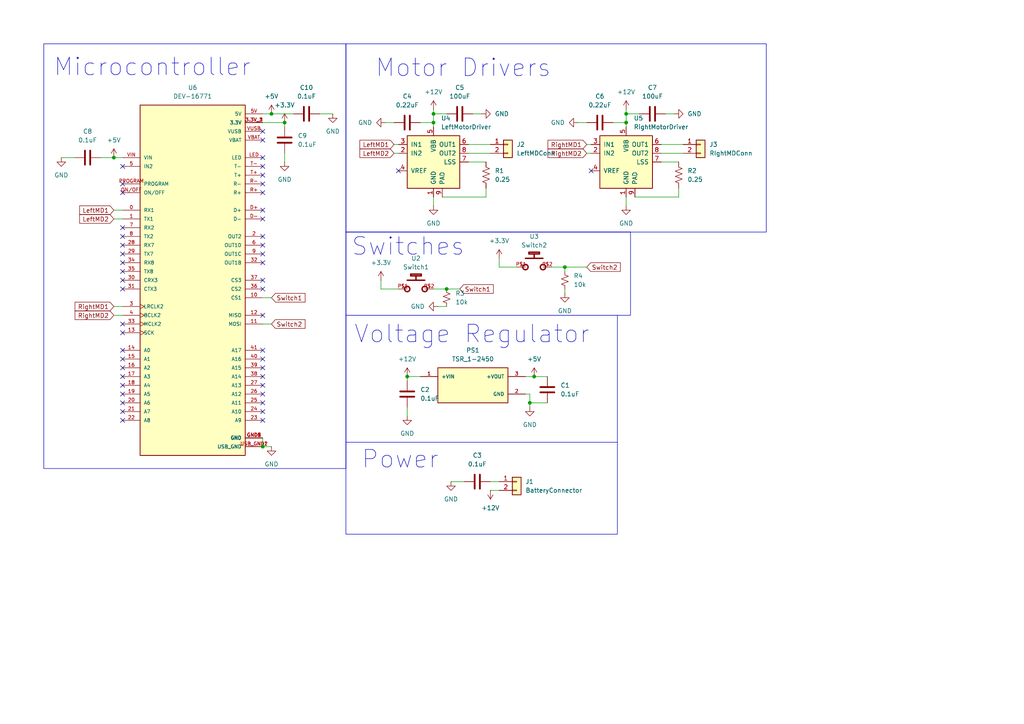
<source format=kicad_sch>
(kicad_sch (version 20231120) (generator "eeschema") (generator_version "8.0")
  (paper "A4")
  (lib_symbols
    (symbol "Connector_Generic:Conn_01x02" (pin_names (offset 1.016) hide)
      (property "Reference" "J" (at 0 2.54 0))
      (property "Value" "Conn_01x02" (at 0 -5.08 0))
      (symbol "Conn_01x02_1_1"
        (rectangle (start -1.27 -2.413) (end 0 -2.667) (stroke (width 0.1524)))
        (rectangle (start -1.27 0.127) (end 0 -0.127) (stroke (width 0.1524)))
        (rectangle (start -1.27 1.27) (end 1.27 -3.81) (stroke (width 0.254)) (fill (type background)))
        (pin passive line (at -5.08 0 0) (length 3.81) (name "Pin_1") (number "1"))
        (pin passive line (at -5.08 -2.54 0) (length 3.81) (name "Pin_2") (number "2"))
      )
    )
    (symbol "DEV-16771:DEV-16771" (pin_names (offset 1.016))
      (property "Reference" "U" (at -15.24 52.07 0))
      (property "Value" "DEV-16771" (at -15.24 -53.34 0))
      (symbol "DEV-16771_0_0"
        (rectangle (start -15.24 -50.8) (end 15.24 50.8) (stroke (width 0.254)) (fill (type background)))
        (pin bidirectional line (at -20.32 20.32 0) (length 5.08) (name "RX1") (number "0"))
        (pin bidirectional line (at -20.32 17.78 0) (length 5.08) (name "TX1") (number "1"))
        (pin bidirectional line (at 20.32 -5.08 180) (length 5.08) (name "CS1") (number "10"))
        (pin bidirectional line (at 20.32 -12.7 180) (length 5.08) (name "MOSI") (number "11"))
        (pin bidirectional line (at 20.32 -10.16 180) (length 5.08) (name "MISO") (number "12"))
        (pin bidirectional clock (at -20.32 -15.24 0) (length 5.08) (name "SCK") (number "13"))
        (pin bidirectional line (at -20.32 -20.32 0) (length 5.08) (name "A0") (number "14"))
        (pin bidirectional line (at -20.32 -22.86 0) (length 5.08) (name "A1") (number "15"))
        (pin bidirectional line (at -20.32 -25.4 0) (length 5.08) (name "A2") (number "16"))
        (pin bidirectional line (at -20.32 -27.94 0) (length 5.08) (name "A3") (number "17"))
        (pin bidirectional line (at -20.32 -30.48 0) (length 5.08) (name "A4") (number "18"))
        (pin bidirectional line (at -20.32 -33.02 0) (length 5.08) (name "A5") (number "19"))
        (pin output line (at 20.32 12.7 180) (length 5.08) (name "OUT2") (number "2"))
        (pin bidirectional line (at -20.32 -35.56 0) (length 5.08) (name "A6") (number "20"))
        (pin bidirectional line (at -20.32 -38.1 0) (length 5.08) (name "A7") (number "21"))
        (pin bidirectional line (at -20.32 -40.64 0) (length 5.08) (name "A8") (number "22"))
        (pin bidirectional line (at 20.32 -40.64 180) (length 5.08) (name "A9") (number "23"))
        (pin bidirectional line (at 20.32 -38.1 180) (length 5.08) (name "A10") (number "24"))
        (pin bidirectional line (at 20.32 -35.56 180) (length 5.08) (name "A11") (number "25"))
        (pin bidirectional line (at 20.32 -33.02 180) (length 5.08) (name "A12") (number "26"))
        (pin bidirectional line (at 20.32 -30.48 180) (length 5.08) (name "A13") (number "27"))
        (pin bidirectional line (at -20.32 10.16 0) (length 5.08) (name "RX7") (number "28"))
        (pin bidirectional line (at -20.32 7.62 0) (length 5.08) (name "TX7") (number "29"))
        (pin bidirectional clock (at -20.32 -7.62 0) (length 5.08) (name "LRCLK2") (number "3"))
        (pin power_in line (at 20.32 45.72 180) (length 5.08) (name "3.3V") (number "3.3V_1"))
        (pin power_in line (at 20.32 45.72 180) (length 5.08) (name "3.3V") (number "3.3V_2"))
        (pin power_in line (at 20.32 45.72 180) (length 5.08) (name "3.3V") (number "3.3V_3"))
        (pin bidirectional line (at -20.32 0 0) (length 5.08) (name "CRX3") (number "30"))
        (pin bidirectional line (at -20.32 -2.54 0) (length 5.08) (name "CTX3") (number "31"))
        (pin output line (at 20.32 5.08 180) (length 5.08) (name "OUT1B") (number "32"))
        (pin bidirectional clock (at -20.32 -12.7 0) (length 5.08) (name "MCLK2") (number "33"))
        (pin bidirectional line (at -20.32 5.08 0) (length 5.08) (name "RX8") (number "34"))
        (pin bidirectional line (at -20.32 2.54 0) (length 5.08) (name "TX8") (number "35"))
        (pin bidirectional line (at 20.32 -2.54 180) (length 5.08) (name "CS2") (number "36"))
        (pin bidirectional line (at 20.32 0 180) (length 5.08) (name "CS3") (number "37"))
        (pin bidirectional line (at 20.32 -27.94 180) (length 5.08) (name "A14") (number "38"))
        (pin bidirectional line (at 20.32 -25.4 180) (length 5.08) (name "A15") (number "39"))
        (pin bidirectional clock (at -20.32 -10.16 0) (length 5.08) (name "BCLK2") (number "4"))
        (pin bidirectional line (at 20.32 -22.86 180) (length 5.08) (name "A16") (number "40"))
        (pin bidirectional line (at 20.32 -20.32 180) (length 5.08) (name "A17") (number "41"))
        (pin bidirectional line (at -20.32 33.02 0) (length 5.08) (name "IN2") (number "5"))
        (pin power_in line (at 20.32 48.26 180) (length 5.08) (name "5V") (number "5V"))
        (pin output line (at 20.32 10.16 180) (length 5.08) (name "OUT1D") (number "6"))
        (pin bidirectional line (at -20.32 15.24 0) (length 5.08) (name "RX2") (number "7"))
        (pin bidirectional line (at -20.32 12.7 0) (length 5.08) (name "TX2") (number "8"))
        (pin output line (at 20.32 7.62 180) (length 5.08) (name "OUT1C") (number "9"))
        (pin bidirectional line (at 20.32 20.32 180) (length 5.08) (name "D+") (number "D+"))
        (pin bidirectional line (at 20.32 17.78 180) (length 5.08) (name "D-") (number "D-"))
        (pin power_in line (at 20.32 -45.72 180) (length 5.08) (name "GND") (number "GND1"))
        (pin power_in line (at 20.32 -45.72 180) (length 5.08) (name "GND") (number "GND2"))
        (pin power_in line (at 20.32 -45.72 180) (length 5.08) (name "GND") (number "GND3"))
        (pin power_in line (at 20.32 -45.72 180) (length 5.08) (name "GND") (number "GND4"))
        (pin power_in line (at 20.32 -45.72 180) (length 5.08) (name "GND") (number "GND5"))
        (pin bidirectional line (at 20.32 35.56 180) (length 5.08) (name "LED") (number "LED"))
        (pin bidirectional line (at -20.32 25.4 0) (length 5.08) (name "ON/OFF") (number "ON/OFF"))
        (pin bidirectional line (at -20.32 27.94 0) (length 5.08) (name "PROGRAM") (number "PROGRAM"))
        (pin bidirectional line (at 20.32 25.4 180) (length 5.08) (name "R+") (number "R+"))
        (pin bidirectional line (at 20.32 27.94 180) (length 5.08) (name "R-") (number "R-"))
        (pin bidirectional line (at 20.32 30.48 180) (length 5.08) (name "T+") (number "T+"))
        (pin bidirectional line (at 20.32 33.02 180) (length 5.08) (name "T-") (number "T-"))
        (pin power_in line (at 20.32 -48.26 180) (length 5.08) (name "USB_GND") (number "USB_GND1"))
        (pin power_in line (at 20.32 -48.26 180) (length 5.08) (name "USB_GND") (number "USB_GND2"))
        (pin passive line (at 20.32 40.64 180) (length 5.08) (name "VBAT") (number "VBAT"))
        (pin input line (at -20.32 35.56 0) (length 5.08) (name "VIN") (number "VIN"))
        (pin passive line (at 20.32 43.18 180) (length 5.08) (name "VUSB") (number "VUSB"))
      )
    )
    (symbol "Device:C" (pin_numbers hide) (pin_names (offset 0.254))
      (property "Reference" "C" (at 0.635 2.54 0))
      (property "Value" "C" (at 0.635 -2.54 0))
      (symbol "C_0_1"
        (polyline (pts (xy -2.032 -0.762) (xy 2.032 -0.762)) (stroke (width 0.508)))
        (polyline (pts (xy -2.032 0.762) (xy 2.032 0.762)) (stroke (width 0.508)))
      )
      (symbol "C_1_1"
        (pin passive line (at 0 3.81 270) (length 2.794) (name "~") (number "1"))
        (pin passive line (at 0 -3.81 90) (length 2.794) (name "~") (number "2"))
      )
    )
    (symbol "Device:R_Small_US" (pin_numbers hide) (pin_names (offset 0.254) hide)
      (property "Reference" "R" (at 0.762 0.508 0))
      (property "Value" "R_Small_US" (at 0.762 -1.016 0))
      (symbol "R_Small_US_1_1"
        (polyline (pts (xy 0 0) (xy 1.016 -0.381) (xy 0 -0.762) (xy -1.016 -1.143) (xy 0 -1.524)))
        (polyline (pts (xy 0 1.524) (xy 1.016 1.143) (xy 0 0.762) (xy -1.016 0.381) (xy 0 0)))
        (pin passive line (at 0 2.54 270) (length 1.016) (name "~") (number "1"))
        (pin passive line (at 0 -2.54 90) (length 1.016) (name "~") (number "2"))
      )
    )
    (symbol "Device:R_US" (pin_numbers hide) (pin_names (offset 0))
      (property "Reference" "R" (at 2.54 0 90))
      (property "Value" "R_US" (at -2.54 0 90))
      (symbol "R_US_0_1"
        (polyline (pts (xy 0 -2.286) (xy 0 -2.54)))
        (polyline (pts (xy 0 2.286) (xy 0 2.54)))
        (polyline (pts (xy 0 -0.762) (xy 1.016 -1.143) (xy 0 -1.524) (xy -1.016 -1.905) (xy 0 -2.286)))
        (polyline (pts (xy 0 0.762) (xy 1.016 0.381) (xy 0 0) (xy -1.016 -0.381) (xy 0 -0.762)))
        (polyline (pts (xy 0 2.286) (xy 1.016 1.905) (xy 0 1.524) (xy -1.016 1.143) (xy 0 0.762)))
      )
      (symbol "R_US_1_1"
        (pin passive line (at 0 3.81 270) (length 1.27) (name "~") (number "1"))
        (pin passive line (at 0 -3.81 90) (length 1.27) (name "~") (number "2"))
      )
    )
    (symbol "Driver_Motor:A4950E" (pin_names (offset 1.016))
      (property "Reference" "U" (at -7.62 8.89 0))
      (property "Value" "A4950E" (at 5.08 8.89 0))
      (symbol "A4950E_0_1"
        (rectangle (start -7.62 7.62) (end 7.62 -7.62) (stroke (width 0.254)) (fill (type background)))
      )
      (symbol "A4950E_1_1"
        (pin power_in line (at 0 -10.16 90) (length 2.54) (name "GND") (number "1"))
        (pin input line (at -10.16 2.54 0) (length 2.54) (name "IN2") (number "2"))
        (pin input line (at -10.16 5.08 0) (length 2.54) (name "IN1") (number "3"))
        (pin passive line (at -10.16 -2.54 0) (length 2.54) (name "VREF") (number "4"))
        (pin power_in line (at 0 10.16 270) (length 2.54) (name "VBB") (number "5"))
        (pin power_out line (at 10.16 5.08 180) (length 2.54) (name "OUT1") (number "6"))
        (pin power_in line (at 10.16 0 180) (length 2.54) (name "LSS") (number "7"))
        (pin power_out line (at 10.16 2.54 180) (length 2.54) (name "OUT2") (number "8"))
        (pin power_in line (at 2.54 -10.16 90) (length 2.54) (name "PAD") (number "9"))
      )
    )
    (symbol "MX1A-11NN:MX1A-11NN" (pin_names (offset 1.016))
      (property "Reference" "U" (at -4.445 -3.81 0))
      (property "Value" "MX1A-11NN" (at 0 0 0))
      (symbol "MX1A-11NN_0_0"
        (circle (center -2.54 0) (radius 0.762) (stroke (width 0.4064)))
        (polyline (pts (xy -2.54 2.54) (xy 0 2.54)) (stroke (width 0.4064)))
        (polyline (pts (xy -1.524 3.81) (xy -1.524 4.318)) (stroke (width 0.4064)))
        (polyline (pts (xy -1.524 4.318) (xy 1.524 4.318)) (stroke (width 0.4064)))
        (polyline (pts (xy 0 2.54) (xy 0 3.81)) (stroke (width 0.4064)))
        (polyline (pts (xy 0 3.81) (xy -1.524 3.81)) (stroke (width 0.4064)))
        (polyline (pts (xy 1.524 3.81) (xy 0.254 3.81)) (stroke (width 0.4064)))
        (polyline (pts (xy 1.524 4.318) (xy 1.524 3.81)) (stroke (width 0.4064)))
        (polyline (pts (xy 2.54 2.54) (xy 0 2.54)) (stroke (width 0.4064)))
        (circle (center 2.54 0) (radius 0.762) (stroke (width 0.4064)))
        (pin passive line (at -5.08 0 0) (length 2.54) (name "~") (number "P$1"))
        (pin passive line (at 5.08 0 180) (length 2.54) (name "~") (number "P$2"))
      )
    )
    (symbol "TSR_1-2450:TSR_1-2450" (pin_names (offset 1.016))
      (property "Reference" "PS" (at -10.16 7.62 0))
      (property "Value" "TSR_1-2450" (at -10.16 -7.62 0))
      (symbol "TSR_1-2450_0_0"
        (rectangle (start -10.16 -5.08) (end 10.16 5.08) (stroke (width 0.254)) (fill (type background)))
        (pin input line (at -15.24 2.54 0) (length 5.08) (name "+VIN") (number "1"))
        (pin power_in line (at 15.24 -2.54 180) (length 5.08) (name "GND") (number "2"))
        (pin output line (at 15.24 2.54 180) (length 5.08) (name "+VOUT") (number "3"))
      )
    )
    (symbol "power:+12V" (power) (pin_numbers hide) (pin_names (offset 0) hide)
      (property "Value" "+12V" (at 0 3.556 0))
      (symbol "+12V_0_1"
        (polyline (pts (xy -0.762 1.27) (xy 0 2.54)))
        (polyline (pts (xy 0 0) (xy 0 2.54)))
        (polyline (pts (xy 0 2.54) (xy 0.762 1.27)))
      )
      (symbol "+12V_1_1"
        (pin power_in line (at 0 0 90) (length 0) (name "~") (number "1"))
      )
    )
    (symbol "power:+3.3V" (power) (pin_numbers hide) (pin_names (offset 0) hide)
      (property "Value" "+3.3V" (at 0 3.556 0))
      (symbol "+3.3V_0_1"
        (polyline (pts (xy -0.762 1.27) (xy 0 2.54)))
        (polyline (pts (xy 0 0) (xy 0 2.54)))
        (polyline (pts (xy 0 2.54) (xy 0.762 1.27)))
      )
      (symbol "+3.3V_1_1"
        (pin power_in line (at 0 0 90) (length 0) (name "~") (number "1"))
      )
    )
    (symbol "power:+5V" (power) (pin_numbers hide) (pin_names (offset 0) hide)
      (property "Value" "+5V" (at 0 3.556 0))
      (symbol "+5V_0_1"
        (polyline (pts (xy -0.762 1.27) (xy 0 2.54)))
        (polyline (pts (xy 0 0) (xy 0 2.54)))
        (polyline (pts (xy 0 2.54) (xy 0.762 1.27)))
      )
      (symbol "+5V_1_1"
        (pin power_in line (at 0 0 90) (length 0) (name "~") (number "1"))
      )
    )
    (symbol "power:GND" (power) (pin_numbers hide) (pin_names (offset 0) hide)
      (property "Value" "GND" (at 0 -3.81 0))
      (symbol "GND_0_1"
        (polyline (pts (xy 0 0) (xy 0 -1.27) (xy 1.27 -1.27) (xy 0 -2.54) (xy -1.27 -1.27) (xy 0 -1.27)))
      )
      (symbol "GND_1_1"
        (pin power_in line (at 0 0 270) (length 0) (name "~") (number "1"))
      )
    )
  )
  (junction (at 82.55 35.56))
  (junction (at 153.67 116.84))
  (junction (at 129.54 83.82))
  (junction (at 125.73 35.56))
  (junction (at 33.02 45.72))
  (junction (at 181.61 33.02))
  (junction (at 118.11 109.22))
  (junction (at 163.83 77.47))
  (junction (at 181.61 35.56))
  (junction (at 78.74 33.02))
  (junction (at 125.73 33.02))
  (junction (at 154.94 109.22))
  (junction (at 76.2 129.54))
  (no_connect (at 76.2 63.5))
  (no_connect (at 76.2 116.84))
  (no_connect (at 76.2 111.76))
  (no_connect (at 35.56 76.2))
  (no_connect (at 35.56 78.74))
  (no_connect (at 35.56 106.68))
  (no_connect (at 76.2 81.28))
  (no_connect (at 35.56 83.82))
  (no_connect (at 76.2 121.92))
  (no_connect (at 35.56 119.38))
  (no_connect (at 35.56 121.92))
  (no_connect (at 35.56 116.84))
  (no_connect (at 35.56 71.12))
  (no_connect (at 76.2 68.58))
  (no_connect (at 76.2 76.2))
  (no_connect (at 76.2 83.82))
  (no_connect (at 35.56 81.28))
  (no_connect (at 35.56 66.04))
  (no_connect (at 35.56 48.26))
  (no_connect (at 35.56 101.6))
  (no_connect (at 115.57 49.53))
  (no_connect (at 76.2 71.12))
  (no_connect (at 35.56 73.66))
  (no_connect (at 171.45 49.53))
  (no_connect (at 35.56 93.98))
  (no_connect (at 76.2 50.8))
  (no_connect (at 76.2 45.72))
  (no_connect (at 76.2 48.26))
  (no_connect (at 76.2 73.66))
  (no_connect (at 76.2 91.44))
  (no_connect (at 35.56 96.52))
  (no_connect (at 76.2 53.34))
  (no_connect (at 76.2 60.96))
  (no_connect (at 35.56 109.22))
  (no_connect (at 35.56 55.88))
  (no_connect (at 35.56 111.76))
  (no_connect (at 76.2 114.3))
  (no_connect (at 35.56 104.14))
  (no_connect (at 76.2 106.68))
  (no_connect (at 76.2 40.64))
  (no_connect (at 76.2 55.88))
  (no_connect (at 76.2 101.6))
  (no_connect (at 76.2 119.38))
  (no_connect (at 35.56 68.58))
  (no_connect (at 76.2 104.14))
  (no_connect (at 76.2 109.22))
  (no_connect (at 76.2 38.1))
  (no_connect (at 35.56 114.3))
  (no_connect (at 35.56 53.34))
  (wire (pts (xy 129.54 83.82) (xy 133.35 83.82)))
  (wire (pts (xy 140.97 57.15) (xy 128.27 57.15)))
  (wire (pts (xy 33.02 60.96) (xy 35.56 60.96)))
  (wire (pts (xy 125.73 33.02) (xy 125.73 35.56)))
  (wire (pts (xy 76.2 86.36) (xy 78.74 86.36)))
  (wire (pts (xy 33.02 63.5) (xy 35.56 63.5)))
  (wire (pts (xy 76.2 129.54) (xy 78.74 129.54)))
  (wire (pts (xy 177.8 35.56) (xy 181.61 35.56)))
  (wire (pts (xy 33.02 88.9) (xy 35.56 88.9)))
  (wire (pts (xy 153.67 118.11) (xy 153.67 116.84)))
  (wire (pts (xy 154.94 109.22) (xy 158.75 109.22)))
  (wire (pts (xy 125.73 57.15) (xy 125.73 59.69)))
  (wire (pts (xy 130.81 139.7) (xy 134.62 139.7)))
  (wire (pts (xy 191.77 46.99) (xy 196.85 46.99)))
  (wire (pts (xy 163.83 85.09) (xy 163.83 83.82)))
  (wire (pts (xy 29.21 45.72) (xy 33.02 45.72)))
  (wire (pts (xy 76.2 93.98) (xy 78.74 93.98)))
  (wire (pts (xy 125.73 33.02) (xy 129.54 33.02)))
  (wire (pts (xy 76.2 127) (xy 76.2 129.54)))
  (wire (pts (xy 114.3 41.91) (xy 115.57 41.91)))
  (wire (pts (xy 137.16 33.02) (xy 139.7 33.02)))
  (wire (pts (xy 92.71 33.02) (xy 96.52 33.02)))
  (wire (pts (xy 17.78 45.72) (xy 21.59 45.72)))
  (wire (pts (xy 76.2 35.56) (xy 82.55 35.56)))
  (wire (pts (xy 82.55 44.45) (xy 82.55 46.99)))
  (wire (pts (xy 127 88.9) (xy 129.54 88.9)))
  (wire (pts (xy 181.61 33.02) (xy 181.61 35.56)))
  (wire (pts (xy 135.89 41.91) (xy 142.24 41.91)))
  (wire (pts (xy 193.04 33.02) (xy 195.58 33.02)))
  (wire (pts (xy 76.2 33.02) (xy 78.74 33.02)))
  (wire (pts (xy 163.83 77.47) (xy 170.18 77.47)))
  (wire (pts (xy 152.4 109.22) (xy 154.94 109.22)))
  (wire (pts (xy 163.83 78.74) (xy 163.83 77.47)))
  (wire (pts (xy 118.11 109.22) (xy 118.11 110.49)))
  (wire (pts (xy 170.18 41.91) (xy 171.45 41.91)))
  (wire (pts (xy 118.11 109.22) (xy 121.92 109.22)))
  (wire (pts (xy 153.67 116.84) (xy 153.67 114.3)))
  (wire (pts (xy 170.18 44.45) (xy 171.45 44.45)))
  (wire (pts (xy 121.92 35.56) (xy 125.73 35.56)))
  (wire (pts (xy 181.61 33.02) (xy 185.42 33.02)))
  (wire (pts (xy 181.61 57.15) (xy 181.61 59.69)))
  (wire (pts (xy 135.89 46.99) (xy 140.97 46.99)))
  (wire (pts (xy 181.61 35.56) (xy 181.61 36.83)))
  (wire (pts (xy 82.55 35.56) (xy 82.55 36.83)))
  (wire (pts (xy 33.02 45.72) (xy 35.56 45.72)))
  (wire (pts (xy 118.11 118.11) (xy 118.11 120.65)))
  (wire (pts (xy 153.67 116.84) (xy 158.75 116.84)))
  (wire (pts (xy 144.78 77.47) (xy 149.86 77.47)))
  (wire (pts (xy 78.74 33.02) (xy 85.09 33.02)))
  (wire (pts (xy 125.73 31.75) (xy 125.73 33.02)))
  (wire (pts (xy 144.78 74.93) (xy 144.78 77.47)))
  (wire (pts (xy 167.64 35.56) (xy 170.18 35.56)))
  (wire (pts (xy 33.02 91.44) (xy 35.56 91.44)))
  (wire (pts (xy 160.02 77.47) (xy 163.83 77.47)))
  (wire (pts (xy 114.3 44.45) (xy 115.57 44.45)))
  (wire (pts (xy 110.49 81.28) (xy 110.49 83.82)))
  (wire (pts (xy 191.77 41.91) (xy 198.12 41.91)))
  (wire (pts (xy 142.24 139.7) (xy 144.78 139.7)))
  (wire (pts (xy 196.85 57.15) (xy 184.15 57.15)))
  (wire (pts (xy 140.97 54.61) (xy 140.97 57.15)))
  (wire (pts (xy 196.85 54.61) (xy 196.85 57.15)))
  (wire (pts (xy 191.77 44.45) (xy 198.12 44.45)))
  (wire (pts (xy 181.61 31.75) (xy 181.61 33.02)))
  (wire (pts (xy 135.89 44.45) (xy 142.24 44.45)))
  (wire (pts (xy 110.49 83.82) (xy 115.57 83.82)))
  (wire (pts (xy 125.73 35.56) (xy 125.73 36.83)))
  (wire (pts (xy 125.73 83.82) (xy 129.54 83.82)))
  (wire (pts (xy 153.67 114.3) (xy 152.4 114.3)))
  (wire (pts (xy 111.76 35.56) (xy 114.3 35.56)))
  (wire (pts (xy 142.24 142.24) (xy 144.78 142.24)))
  (rectangle (start 12.7 12.7) (end 100.33 135.89))
  (rectangle (start 100.33 12.7) (end 222.25 67.31))
  (rectangle (start 100.33 67.31) (end 182.88 91.44))
  (rectangle (start 100.33 91.44) (end 179.07 128.27))
  (rectangle (start 100.33 128.27) (end 179.07 154.94))
  (text "Microcontroller\n" (at 44.196 19.558 0) (effects (font (size 5.08 5.08))))
  (text "Power" (at 116.078 133.35 0) (effects (font (size 5.08 5.08))))
  (text "Voltage Regulator\n" (at 136.906 97.028 0) (effects (font (size 5.08 5.08))))
  (text "Switches\n" (at 118.364 71.628 0) (effects (font (size 5.08 5.08))))
  (text "Motor Drivers\n" (at 134.366 19.812 0) (effects (font (size 5.08 5.08))))
  (global_label "RightMD1" (shape input) (at 170.18 41.91 180) (property "Intersheetrefs" "${INTERSHEET_REFS}" (effects (hide yes))))
  (global_label "Switch1" (shape input) (at 78.74 86.36 0) (property "Intersheetrefs" "${INTERSHEET_REFS}" (effects (hide yes))))
  (global_label "Switch2" (shape input) (at 170.18 77.47 0) (property "Intersheetrefs" "${INTERSHEET_REFS}" (effects (hide yes))))
  (global_label "LeftMD1" (shape input) (at 33.02 60.96 180) (property "Intersheetrefs" "${INTERSHEET_REFS}" (effects (hide yes))))
  (global_label "RightMD2" (shape input) (at 170.18 44.45 180) (property "Intersheetrefs" "${INTERSHEET_REFS}" (effects (hide yes))))
  (global_label "RightMD1" (shape input) (at 33.02 88.9 180) (property "Intersheetrefs" "${INTERSHEET_REFS}" (effects (hide yes))))
  (global_label "LeftMD2" (shape input) (at 114.3 44.45 180) (property "Intersheetrefs" "${INTERSHEET_REFS}" (effects (hide yes))))
  (global_label "LeftMD1" (shape input) (at 114.3 41.91 180) (property "Intersheetrefs" "${INTERSHEET_REFS}" (effects (hide yes))))
  (global_label "Switch2" (shape input) (at 78.74 93.98 0) (property "Intersheetrefs" "${INTERSHEET_REFS}" (effects (hide yes))))
  (global_label "LeftMD2" (shape input) (at 33.02 63.5 180) (property "Intersheetrefs" "${INTERSHEET_REFS}" (effects (hide yes))))
  (global_label "Switch1" (shape input) (at 133.35 83.82 0) (property "Intersheetrefs" "${INTERSHEET_REFS}" (effects (hide yes))))
  (global_label "RightMD2" (shape input) (at 33.02 91.44 180) (property "Intersheetrefs" "${INTERSHEET_REFS}" (effects (hide yes))))
  (symbol (lib_id "Device:C") (at 82.55 40.64 0) (unit 1)
    (property "Reference" "C9" (at 86.36 39.3699 0) (effects (justify left)))
    (property "Value" "0.1uF" (at 86.36 41.9099 0) (effects (justify left)))
    (property "Footprint" "Capacitor_SMD:C_0805_2012Metric_Pad1.18x1.45mm_HandSolder" (effects (hide yes)))
    (property "Description" "Unpolarized capacitor" (effects (hide yes)))
  )
  (symbol (lib_id "power:GND") (at 82.55 46.99 0) (unit 1)
    (property "Reference" "#PWR017" (effects (hide yes)))
    (property "Value" "GND" (at 82.55 52.07 0))
    (property "Description" "Power symbol creates a global label with name \"GND\" , ground" (effects (hide yes)))
  )
  (symbol (lib_id "Driver_Motor:A4950E") (at 125.73 46.99 0) (unit 1)
    (property "Reference" "U4" (at 127.9241 34.29 0) (effects (justify left)))
    (property "Value" "LeftMotorDriver" (at 127.9241 36.83 0) (effects (justify left)))
    (property "Footprint" "Package_SO:SOIC-8-1EP_3.9x4.9mm_P1.27mm_EP2.41x3.3mm" (effects (hide yes)))
    (property "Datasheet" "http://www.allegromicro.com/~/media/Files/Datasheets/A4950-Datasheet.ashx" (effects (hide yes)))
    (property "Description" "Full-Bridge, DMOS PWM, Motor Driver, 40V, 3.5A, -40 to +85C" (effects (hide yes)))
  )
  (symbol (lib_id "power:+3.3V") (at 82.55 35.56 0) (unit 1)
    (property "Reference" "#PWR016" (effects (hide yes)))
    (property "Value" "+3.3V" (at 82.55 30.48 0))
    (property "Description" "Power symbol creates a global label with name \"+3.3V\"" (effects (hide yes)))
  )
  (symbol (lib_id "power:+3.3V") (at 144.78 74.93 0) (unit 1)
    (property "Reference" "#PWR03" (effects (hide yes)))
    (property "Value" "+3.3V" (at 144.78 69.85 0))
    (property "Description" "Power symbol creates a global label with name \"+3.3V\"" (effects (hide yes)))
  )
  (symbol (lib_id "power:GND") (at 118.11 120.65 0) (unit 1)
    (property "Reference" "#PWR022" (effects (hide yes)))
    (property "Value" "GND" (at 118.11 125.73 0))
    (property "Description" "Power symbol creates a global label with name \"GND\" , ground" (effects (hide yes)))
  )
  (symbol (lib_id "power:GND") (at 163.83 85.09 0) (unit 1)
    (property "Reference" "#PWR05" (effects (hide yes)))
    (property "Value" "GND" (at 163.83 90.17 0))
    (property "Description" "Power symbol creates a global label with name \"GND\" , ground" (effects (hide yes)))
  )
  (symbol (lib_id "MX1A-11NN:MX1A-11NN") (at 120.65 83.82 0) (unit 1)
    (property "Reference" "U2" (at 120.65 74.93 0))
    (property "Value" "Switch1" (at 120.65 77.47 0))
    (property "Footprint" "MX1A-11NN:CHERRY_MX1A-11NN_SWITCH" (effects (hide yes)))
    (property "MF" "Cherry" (effects (hide yes)))
    (property "Description_1" "\nSwitch,Key,SPST-NO,Keyboard,Low Profile,10mA,12VDC,Face Place Mount,Std Force | Cherry Americas MX1A-11NN\n" (effects (hide yes)))
    (property "Package" "None" (effects (hide yes)))
    (property "Price" "None" (effects (hide yes)))
    (property "SnapEDA_Link" "https://www.snapeda.com/parts/MX1A-11NN/Cherry/view-part/?ref=snap" (effects (hide yes)))
    (property "MP" "MX1A-11NN" (effects (hide yes)))
    (property "Purchase-URL" "https://www.snapeda.com/api/url_track_click_mouser/?unipart_id=283337&manufacturer=Cherry&part_name=MX1A-11NN&search_term=mx1a-11nn" (effects (hide yes)))
    (property "Availability" "In Stock" (effects (hide yes)))
    (property "Check_prices" "https://www.snapeda.com/parts/MX1A-11NN/Cherry/view-part/?ref=eda" (effects (hide yes)))
  )
  (symbol (lib_id "Device:C") (at 118.11 114.3 0) (unit 1)
    (property "Reference" "C2" (at 121.92 113.0299 0) (effects (justify left)))
    (property "Value" "0.1uF" (at 121.92 115.5699 0) (effects (justify left)))
    (property "Footprint" "Capacitor_SMD:C_0805_2012Metric_Pad1.18x1.45mm_HandSolder" (effects (hide yes)))
    (property "Description" "Unpolarized capacitor" (effects (hide yes)))
  )
  (symbol (lib_id "Device:C") (at 25.4 45.72 270) (unit 1)
    (property "Reference" "C8" (at 25.4 38.1 90))
    (property "Value" "0.1uF" (at 25.4 40.64 90))
    (property "Footprint" "Capacitor_SMD:C_0805_2012Metric_Pad1.18x1.45mm_HandSolder" (effects (hide yes)))
    (property "Description" "Unpolarized capacitor" (effects (hide yes)))
  )
  (symbol (lib_id "power:+12V") (at 125.73 31.75 0) (unit 1)
    (property "Reference" "#PWR08" (effects (hide yes)))
    (property "Value" "+12V" (at 125.73 26.67 0))
    (property "Description" "Power symbol creates a global label with name \"+12V\"" (effects (hide yes)))
  )
  (symbol (lib_id "Connector_Generic:Conn_01x02") (at 149.86 139.7 0) (unit 1)
    (property "Reference" "J1" (at 152.4 139.6999 0) (effects (justify left)))
    (property "Value" "BatteryConnector" (at 152.4 142.2399 0) (effects (justify left)))
    (property "Footprint" "Connector_AMASS:AMASS_XT60-F_1x02_P7.20mm_Vertical" (effects (hide yes)))
    (property "Description" "Generic connector, single row, 01x02, script generated (kicad-library-utils/schlib/autogen/connector/)" (effects (hide yes)))
  )
  (symbol (lib_id "Device:C") (at 158.75 113.03 0) (unit 1)
    (property "Reference" "C1" (at 162.56 111.7599 0) (effects (justify left)))
    (property "Value" "0.1uF" (at 162.56 114.2999 0) (effects (justify left)))
    (property "Footprint" "Capacitor_SMD:C_0805_2012Metric_Pad1.18x1.45mm_HandSolder" (effects (hide yes)))
    (property "Description" "Unpolarized capacitor" (effects (hide yes)))
  )
  (symbol (lib_id "Connector_Generic:Conn_01x02") (at 147.32 41.91 0) (unit 1)
    (property "Reference" "J2" (at 149.86 41.9099 0) (effects (justify left)))
    (property "Value" "LeftMDConn" (at 149.86 44.4499 0) (effects (justify left)))
    (property "Footprint" "Connector_Phoenix_MSTB:PhoenixContact_MSTBA_2,5_2-G_1x02_P5.00mm_Horizontal" (effects (hide yes)))
    (property "Description" "Generic connector, single row, 01x02, script generated (kicad-library-utils/schlib/autogen/connector/)" (effects (hide yes)))
  )
  (symbol (lib_id "Device:R_Small_US") (at 163.83 81.28 0) (unit 1)
    (property "Reference" "R4" (at 166.37 80.0099 0) (effects (justify left)))
    (property "Value" "10k" (at 166.37 82.5499 0) (effects (justify left)))
    (property "Footprint" "Resistor_SMD:R_0805_2012Metric_Pad1.20x1.40mm_HandSolder" (effects (hide yes)))
    (property "Description" "Resistor, small US symbol" (effects (hide yes)))
  )
  (symbol (lib_id "power:GND") (at 139.7 33.02 90) (unit 1)
    (property "Reference" "#PWR06" (effects (hide yes)))
    (property "Value" "GND" (at 143.51 33.0199 90) (effects (justify right)))
    (property "Description" "Power symbol creates a global label with name \"GND\" , ground" (effects (hide yes)))
  )
  (symbol (lib_id "Device:C") (at 133.35 33.02 90) (unit 1)
    (property "Reference" "C5" (at 133.35 25.4 90))
    (property "Value" "100uF" (at 133.35 27.94 90))
    (property "Footprint" "Capacitor_SMD:C_0805_2012Metric_Pad1.18x1.45mm_HandSolder" (effects (hide yes)))
    (property "Description" "Unpolarized capacitor" (effects (hide yes)))
  )
  (symbol (lib_id "Device:C") (at 189.23 33.02 90) (unit 1)
    (property "Reference" "C7" (at 189.23 25.4 90))
    (property "Value" "100uF" (at 189.23 27.94 90))
    (property "Footprint" "Capacitor_SMD:C_0805_2012Metric_Pad1.18x1.45mm_HandSolder" (effects (hide yes)))
    (property "Description" "Unpolarized capacitor" (effects (hide yes)))
  )
  (symbol (lib_id "Device:C") (at 118.11 35.56 90) (unit 1)
    (property "Reference" "C4" (at 118.11 27.94 90))
    (property "Value" "0.22uF" (at 118.11 30.48 90))
    (property "Footprint" "Capacitor_SMD:C_0805_2012Metric_Pad1.18x1.45mm_HandSolder" (effects (hide yes)))
    (property "Description" "Unpolarized capacitor" (effects (hide yes)))
  )
  (symbol (lib_id "Device:R_US") (at 140.97 50.8 0) (unit 1)
    (property "Reference" "R1" (at 143.51 49.5299 0) (effects (justify left)))
    (property "Value" "0.25" (at 143.51 52.0699 0) (effects (justify left)))
    (property "Footprint" "Resistor_SMD:R_0805_2012Metric_Pad1.20x1.40mm_HandSolder" (effects (hide yes)))
    (property "Description" "Resistor, US symbol" (effects (hide yes)))
  )
  (symbol (lib_id "power:GND") (at 195.58 33.02 90) (unit 1)
    (property "Reference" "#PWR025" (effects (hide yes)))
    (property "Value" "GND" (at 199.39 33.0199 90) (effects (justify right)))
    (property "Description" "Power symbol creates a global label with name \"GND\" , ground" (effects (hide yes)))
  )
  (symbol (lib_id "power:GND") (at 130.81 139.7 0) (unit 1)
    (property "Reference" "#PWR024" (effects (hide yes)))
    (property "Value" "GND" (at 130.81 144.78 0))
    (property "Description" "Power symbol creates a global label with name \"GND\" , ground" (effects (hide yes)))
  )
  (symbol (lib_id "power:GND") (at 78.74 129.54 0) (unit 1)
    (property "Reference" "#PWR015" (effects (hide yes)))
    (property "Value" "GND" (at 78.74 134.62 0))
    (property "Description" "Power symbol creates a global label with name \"GND\" , ground" (effects (hide yes)))
  )
  (symbol (lib_id "power:+12V") (at 181.61 31.75 0) (unit 1)
    (property "Reference" "#PWR010" (effects (hide yes)))
    (property "Value" "+12V" (at 181.61 26.67 0))
    (property "Description" "Power symbol creates a global label with name \"+12V\"" (effects (hide yes)))
  )
  (symbol (lib_id "power:+5V") (at 33.02 45.72 0) (unit 1)
    (property "Reference" "#PWR013" (effects (hide yes)))
    (property "Value" "+5V" (at 33.02 40.64 0))
    (property "Description" "Power symbol creates a global label with name \"+5V\"" (effects (hide yes)))
  )
  (symbol (lib_id "power:+5V") (at 154.94 109.22 0) (unit 1)
    (property "Reference" "#PWR020" (effects (hide yes)))
    (property "Value" "+5V" (at 154.94 104.14 0))
    (property "Description" "Power symbol creates a global label with name \"+5V\"" (effects (hide yes)))
  )
  (symbol (lib_id "power:GND") (at 111.76 35.56 270) (unit 1)
    (property "Reference" "#PWR07" (effects (hide yes)))
    (property "Value" "GND" (at 107.95 35.5599 90) (effects (justify right)))
    (property "Description" "Power symbol creates a global label with name \"GND\" , ground" (effects (hide yes)))
  )
  (symbol (lib_id "Driver_Motor:A4950E") (at 181.61 46.99 0) (unit 1)
    (property "Reference" "U5" (at 183.8041 34.29 0) (effects (justify left)))
    (property "Value" "RightMotorDriver" (at 183.8041 36.83 0) (effects (justify left)))
    (property "Footprint" "Package_SO:SOIC-8-1EP_3.9x4.9mm_P1.27mm_EP2.41x3.3mm" (effects (hide yes)))
    (property "Datasheet" "http://www.allegromicro.com/~/media/Files/Datasheets/A4950-Datasheet.ashx" (effects (hide yes)))
    (property "Description" "Full-Bridge, DMOS PWM, Motor Driver, 40V, 3.5A, -40 to +85C" (effects (hide yes)))
  )
  (symbol (lib_id "power:GND") (at 127 88.9 270) (unit 1)
    (property "Reference" "#PWR02" (effects (hide yes)))
    (property "Value" "GND" (at 123.19 88.8999 90) (effects (justify right)))
    (property "Description" "Power symbol creates a global label with name \"GND\" , ground" (effects (hide yes)))
  )
  (symbol (lib_id "Device:R_Small_US") (at 129.54 86.36 0) (unit 1)
    (property "Reference" "R3" (at 132.08 85.0899 0) (effects (justify left)))
    (property "Value" "10k" (at 132.08 87.6299 0) (effects (justify left)))
    (property "Footprint" "Resistor_SMD:R_0805_2012Metric_Pad1.20x1.40mm_HandSolder" (effects (hide yes)))
    (property "Description" "Resistor, small US symbol" (effects (hide yes)))
  )
  (symbol (lib_id "Connector_Generic:Conn_01x02") (at 203.2 41.91 0) (unit 1)
    (property "Reference" "J3" (at 205.74 41.9099 0) (effects (justify left)))
    (property "Value" "RIghtMDConn" (at 205.74 44.4499 0) (effects (justify left)))
    (property "Footprint" "Connector_Phoenix_MSTB:PhoenixContact_MSTBA_2,5_2-G_1x02_P5.00mm_Horizontal" (effects (hide yes)))
    (property "Description" "Generic connector, single row, 01x02, script generated (kicad-library-utils/schlib/autogen/connector/)" (effects (hide yes)))
  )
  (symbol (lib_id "power:+5V") (at 78.74 33.02 0) (unit 1)
    (property "Reference" "#PWR014" (effects (hide yes)))
    (property "Value" "+5V" (at 78.74 27.94 0))
    (property "Description" "Power symbol creates a global label with name \"+5V\"" (effects (hide yes)))
  )
  (symbol (lib_id "power:GND") (at 17.78 45.72 0) (unit 1)
    (property "Reference" "#PWR012" (effects (hide yes)))
    (property "Value" "GND" (at 17.78 50.8 0))
    (property "Description" "Power symbol creates a global label with name \"GND\" , ground" (effects (hide yes)))
  )
  (symbol (lib_id "power:+3.3V") (at 110.49 81.28 0) (unit 1)
    (property "Reference" "#PWR01" (effects (hide yes)))
    (property "Value" "+3.3V" (at 110.49 76.2 0))
    (property "Description" "Power symbol creates a global label with name \"+3.3V\"" (effects (hide yes)))
  )
  (symbol (lib_id "power:GND") (at 167.64 35.56 270) (unit 1)
    (property "Reference" "#PWR04" (effects (hide yes)))
    (property "Value" "GND" (at 163.83 35.5599 90) (effects (justify right)))
    (property "Description" "Power symbol creates a global label with name \"GND\" , ground" (effects (hide yes)))
  )
  (symbol (lib_id "DEV-16771:DEV-16771") (at 55.88 81.28 0) (unit 1)
    (property "Reference" "U6" (at 55.88 25.4 0))
    (property "Value" "DEV-16771" (at 55.88 27.94 0))
    (property "Footprint" "DEV-16771:MODULE_DEV-16771" (effects (hide yes)))
    (property "MF" "SparkFun Electronics" (effects (hide yes)))
    (property "MAXIMUM_PACKAGE_HEIGHT" "4.07mm" (effects (hide yes)))
    (property "Package" "None" (effects (hide yes)))
    (property "Price" "None" (effects (hide yes)))
    (property "Check_prices" "https://www.snapeda.com/parts/DEV-16771/SparkFun+Electronics/view-part/?ref=eda" (effects (hide yes)))
    (property "STANDARD" "Manufacturer recommendations" (effects (hide yes)))
    (property "PARTREV" "4.1" (effects (hide yes)))
    (property "SnapEDA_Link" "https://www.snapeda.com/parts/DEV-16771/SparkFun+Electronics/view-part/?ref=snap" (effects (hide yes)))
    (property "MP" "DEV-16771" (effects (hide yes)))
    (property "Purchase-URL" "https://www.snapeda.com/api/url_track_click_mouser/?unipart_id=4833875&manufacturer=SparkFun Electronics&part_name=DEV-16771&search_term=None" (effects (hide yes)))
    (property "Description_1" "\nRT1062 Teensy 4.1 series ARM® Cortex®-M7 MPU Embedded Evaluation Board\n" (effects (hide yes)))
    (property "Availability" "In Stock" (effects (hide yes)))
    (property "MANUFACTURER" "SparkFun Electronics" (effects (hide yes)))
  )
  (symbol (lib_id "power:GND") (at 125.73 59.69 0) (unit 1)
    (property "Reference" "#PWR09" (effects (hide yes)))
    (property "Value" "GND" (at 125.73 64.77 0))
    (property "Description" "Power symbol creates a global label with name \"GND\" , ground" (effects (hide yes)))
  )
  (symbol (lib_id "Device:R_US") (at 196.85 50.8 0) (unit 1)
    (property "Reference" "R2" (at 199.39 49.5299 0) (effects (justify left)))
    (property "Value" "0.25" (at 199.39 52.0699 0) (effects (justify left)))
    (property "Footprint" "Resistor_SMD:R_0805_2012Metric_Pad1.20x1.40mm_HandSolder" (effects (hide yes)))
    (property "Description" "Resistor, US symbol" (effects (hide yes)))
  )
  (symbol (lib_id "power:+12V") (at 142.24 142.24 180) (unit 1)
    (property "Reference" "#PWR023" (effects (hide yes)))
    (property "Value" "+12V" (at 142.24 147.32 0))
    (property "Description" "Power symbol creates a global label with name \"+12V\"" (effects (hide yes)))
  )
  (symbol (lib_id "power:GND") (at 181.61 59.69 0) (unit 1)
    (property "Reference" "#PWR011" (effects (hide yes)))
    (property "Value" "GND" (at 181.61 64.77 0))
    (property "Description" "Power symbol creates a global label with name \"GND\" , ground" (effects (hide yes)))
  )
  (symbol (lib_id "MX1A-11NN:MX1A-11NN") (at 154.94 77.47 0) (unit 1)
    (property "Reference" "U3" (at 154.94 68.58 0))
    (property "Value" "Switch2" (at 154.94 71.12 0))
    (property "Footprint" "MX1A-11NN:CHERRY_MX1A-11NN_SWITCH" (effects (hide yes)))
    (property "MF" "Cherry" (effects (hide yes)))
    (property "Description_1" "\nSwitch,Key,SPST-NO,Keyboard,Low Profile,10mA,12VDC,Face Place Mount,Std Force | Cherry Americas MX1A-11NN\n" (effects (hide yes)))
    (property "Package" "None" (effects (hide yes)))
    (property "Price" "None" (effects (hide yes)))
    (property "SnapEDA_Link" "https://www.snapeda.com/parts/MX1A-11NN/Cherry/view-part/?ref=snap" (effects (hide yes)))
    (property "MP" "MX1A-11NN" (effects (hide yes)))
    (property "Purchase-URL" "https://www.snapeda.com/api/url_track_click_mouser/?unipart_id=283337&manufacturer=Cherry&part_name=MX1A-11NN&search_term=mx1a-11nn" (effects (hide yes)))
    (property "Availability" "In Stock" (effects (hide yes)))
    (property "Check_prices" "https://www.snapeda.com/parts/MX1A-11NN/Cherry/view-part/?ref=eda" (effects (hide yes)))
  )
  (symbol (lib_id "power:+12V") (at 118.11 109.22 0) (unit 1)
    (property "Reference" "#PWR019" (effects (hide yes)))
    (property "Value" "+12V" (at 118.11 104.14 0))
    (property "Description" "Power symbol creates a global label with name \"+12V\"" (effects (hide yes)))
  )
  (symbol (lib_id "Device:C") (at 88.9 33.02 270) (unit 1)
    (property "Reference" "C10" (at 88.9 25.4 90))
    (property "Value" "0.1uF" (at 88.9 27.94 90))
    (property "Footprint" "Capacitor_SMD:C_0805_2012Metric_Pad1.18x1.45mm_HandSolder" (effects (hide yes)))
    (property "Description" "Unpolarized capacitor" (effects (hide yes)))
  )
  (symbol (lib_id "TSR_1-2450:TSR_1-2450") (at 137.16 111.76 0) (unit 1)
    (property "Reference" "PS1" (at 137.16 101.6 0))
    (property "Value" "TSR_1-2450" (at 137.16 104.14 0))
    (property "Footprint" "Converter_DCDC:Converter_DCDC_TRACO_TSR-1_THT" (effects (hide yes)))
    (property "MF" "Traco Power" (effects (hide yes)))
    (property "MAXIMUM_PACKAGE_HEIGHT" "10.6mm" (effects (hide yes)))
    (property "Package" "SIP-3 Traco Power" (effects (hide yes)))
    (property "Price" "None" (effects (hide yes)))
    (property "Check_prices" "https://www.snapeda.com/parts/TSR%201-2450/Traco+Power/view-part/?ref=eda" (effects (hide yes)))
    (property "STANDARD" "Manufacturer Recommendations" (effects (hide yes)))
    (property "PARTREV" "Apr 27, 2020" (effects (hide yes)))
    (property "SnapEDA_Link" "https://www.snapeda.com/parts/TSR%201-2450/Traco+Power/view-part/?ref=snap" (effects (hide yes)))
    (property "MP" "TSR 1-2450" (effects (hide yes)))
    (property "Purchase-URL" "https://www.snapeda.com/api/url_track_click_mouser/?unipart_id=45147&manufacturer=Traco Power&part_name=TSR 1-2450&search_term=tsr 1-2450" (effects (hide yes)))
    (property "Description_1" "\n1 Amp POL switching regulator, wide input range, pos.-pos. circuit, LM78 compatible, SIP-3\n" (effects (hide yes)))
    (property "Availability" "In Stock" (effects (hide yes)))
    (property "MANUFACTURER" "Traco Power" (effects (hide yes)))
  )
  (symbol (lib_id "power:GND") (at 153.67 118.11 0) (unit 1)
    (property "Reference" "#PWR021" (effects (hide yes)))
    (property "Value" "GND" (at 153.67 123.19 0))
    (property "Description" "Power symbol creates a global label with name \"GND\" , ground" (effects (hide yes)))
  )
  (symbol (lib_id "Device:C") (at 173.99 35.56 90) (unit 1)
    (property "Reference" "C6" (at 173.99 27.94 90))
    (property "Value" "0.22uF" (at 173.99 30.48 90))
    (property "Footprint" "Capacitor_SMD:C_0805_2012Metric_Pad1.18x1.45mm_HandSolder" (effects (hide yes)))
    (property "Description" "Unpolarized capacitor" (effects (hide yes)))
  )
  (symbol (lib_id "Device:C") (at 138.43 139.7 90) (unit 1)
    (property "Reference" "C3" (at 138.43 132.08 90))
    (property "Value" "0.1uF" (at 138.43 134.62 90))
    (property "Footprint" "Capacitor_SMD:C_0805_2012Metric_Pad1.18x1.45mm_HandSolder" (effects (hide yes)))
    (property "Description" "Unpolarized capacitor" (effects (hide yes)))
  )
  (symbol (lib_id "power:GND") (at 96.52 33.02 0) (unit 1)
    (property "Reference" "#PWR018" (effects (hide yes)))
    (property "Value" "GND" (at 96.52 38.1 0))
    (property "Description" "Power symbol creates a global label with name \"GND\" , ground" (effects (hide yes)))
  )
)
</source>
